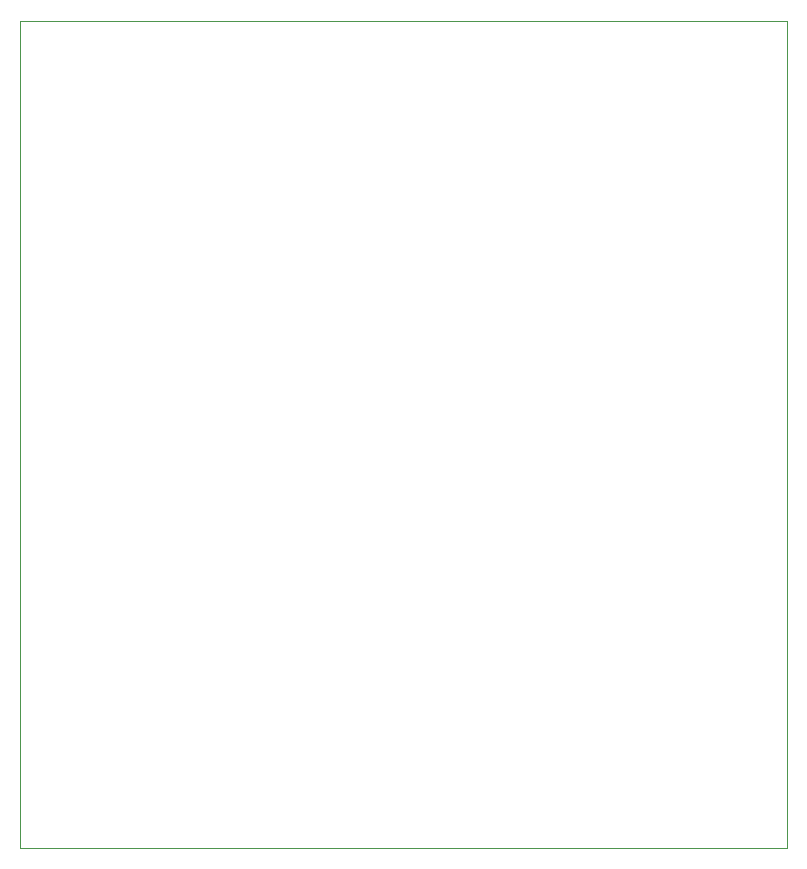
<source format=gbr>
%TF.GenerationSoftware,Flux,Pcbnew,7.0.11-7.0.11~ubuntu20.04.1*%
%TF.CreationDate,2024-06-09T09:19:31+00:00*%
%TF.ProjectId,input,696e7075-742e-46b6-9963-61645f706362,rev?*%
%TF.SameCoordinates,Original*%
%TF.FileFunction,Profile,NP*%
%FSLAX46Y46*%
G04 Gerber Fmt 4.6, Leading zero omitted, Abs format (unit mm)*
G04 Filename: high-quality-audio-amplifier*
G04 Build it with Flux! Visit our site at: https://www.flux.ai (PCBNEW 7.0.11-7.0.11~ubuntu20.04.1) date 2024-06-09 09:19:31*
%MOMM*%
%LPD*%
G01*
G04 APERTURE LIST*
%TA.AperFunction,Profile*%
%ADD10C,0.050000*%
%TD*%
G04 APERTURE END LIST*
D10*
X-32500000Y-35000000D02*
X-32500000Y35000000D01*
X-32500000Y35000000D02*
X32500000Y35000000D01*
X32500000Y35000000D02*
X32500000Y-35000000D01*
X32500000Y-35000000D02*
X-32500000Y-35000000D01*
M02*

</source>
